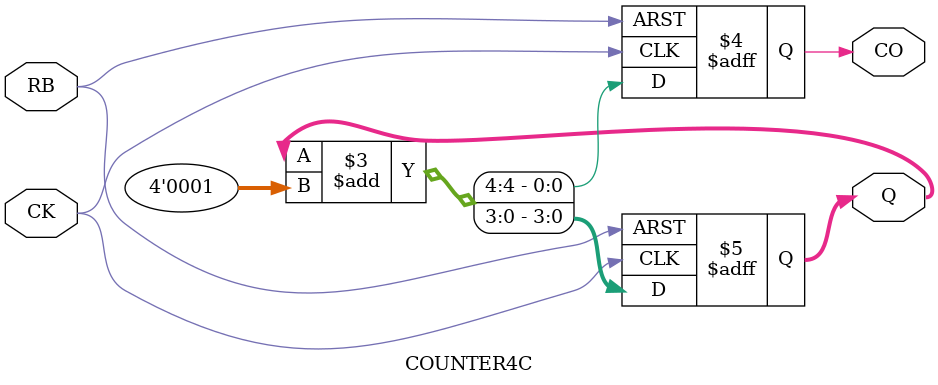
<source format=sv>
module COUNTER4C(
      input logic CK, RB,
      output logic [3:0] Q,
      output logic CO);

  	always_ff @(posedge CK or negedge RB) begin
    		if(RB==0) begin
      			{CO, Q} <= 5'h0;
    			    end else begin
      			{CO, Q} <= Q + 4'h1;
    				       end
  			     end
endmodule
</source>
